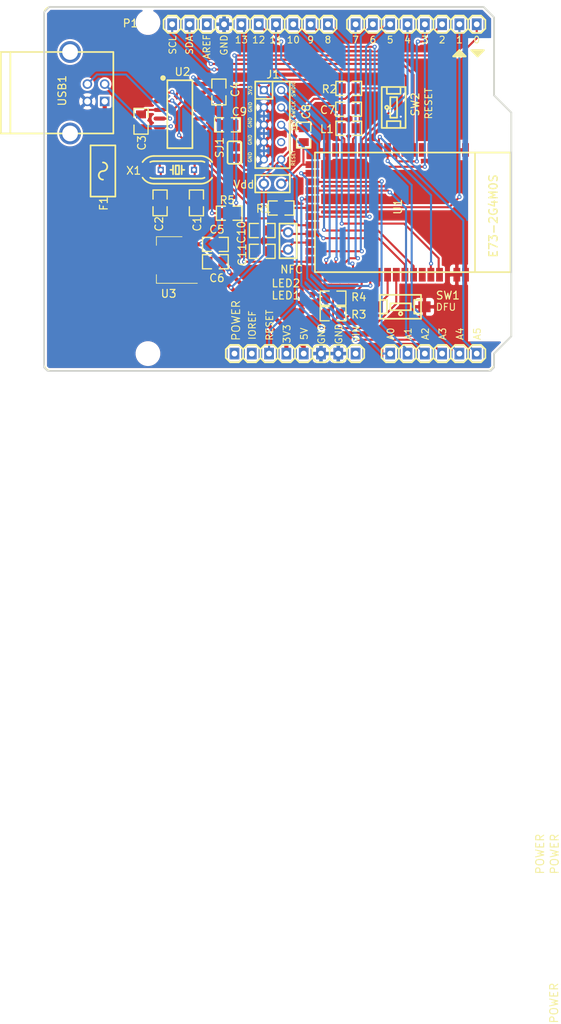
<source format=kicad_pcb>
(kicad_pcb (version 20171130) (host pcbnew 5.1.5-52549c5~84~ubuntu18.04.1)
  (layers (0 F.Cu signal) (31 B.Cu signal) (34 B.Paste user) (35 F.Paste user) (36 B.SilkS user) (37 F.SilkS user) (38 B.Mask user) (39 F.Mask user) (44 Edge.Cuts user))
  (net 0 "")
  (net 1 +3V3)
  (net 2 +5V)
  (net 3 A0)
  (net 4 A1)
  (net 5 A2)
  (net 6 A3)
  (net 7 A4)
  (net 8 A5)
  (net 9 C9_2)
  (net 10 D+)
  (net 11 D-)
  (net 12 D10)
  (net 13 D2)
  (net 14 D3)
  (net 15 D4)
  (net 16 D5)
  (net 17 D6)
  (net 18 D7)
  (net 19 D8)
  (net 20 D9)
  (net 21 DFU)
  (net 22 DTR)
  (net 23 GND)
  (net 24 MISO)
  (net 25 MOSI)
  (net 26 R3_1)
  (net 27 R4_1)
  (net 28 RESET)
  (net 29 RXD)
  (net 30 SCK)
  (net 31 SCL)
  (net 32 SDA)
  (net 33 SWCLK)
  (net 34 SWDIO)
  (net 35 SWO)
  (net 36 TXD)
  (net 37 U1_12)
  (net 38 U1_13)
  (net 39 U1_16)
  (net 40 U1_24)
  (net 41 U1_25)
  (net 42 U1_32)
  (net 43 U1_34)
  (net 44 U2_3)
  (net 45 U2_7)
  (net 46 U2_8)
  (module "" (layer F.Cu) (at 67.9704 87.376)
    (fp_text reference "" (at 44.196 77.47) (layer F.SilkS) (effects (font (size 1.27 1.27))))
    (fp_text value "" (at 44.196 77.47) (layer F.SilkS) (effects (font (size 1.27 1.27))))
    (fp_text user POWER (at 44.1914 80.7212 90) (layer F.SilkS) (effects (font (size 1.168 1.168) (thickness 0.152)) (justify left)))
  )
  (module "" (layer F.Cu) (at 70.0278 109.22)
    (fp_text reference "" (at 44.196 77.47) (layer F.SilkS) (effects (font (size 1.27 1.27))))
    (fp_text value "" (at 44.196 77.47) (layer F.SilkS) (effects (font (size 1.27 1.27))))
    (fp_text user POWER (at 44.1914 80.7212 90) (layer F.SilkS) (effects (font (size 1.168 1.168) (thickness 0.152)) (justify left)))
  )
  (module "" (layer F.Cu) (at 70.104 87.376)
    (fp_text reference "" (at 44.196 77.47) (layer F.SilkS) (effects (font (size 1.27 1.27))))
    (fp_text value "" (at 44.196 77.47) (layer F.SilkS) (effects (font (size 1.27 1.27))))
    (fp_text user POWER (at 44.1914 80.7212 90) (layer F.SilkS) (effects (font (size 1.168 1.168) (thickness 0.152)) (justify left)))
  )
  (module easyeda:LOGO_EASYEDA-TOP (layer F.Cu) (at 44.196 77.47 90)
    (fp_text reference DESIGNED_WITH)
    (fp_text value LOGO_EASYEDA-TOP hide)
  )
  (module easyeda:HC-49S (layer F.Cu) (at 58.928 64.77 180)
    (fp_text reference X1 (at 7.62 -0.114) (layer F.SilkS) (effects (font (size 1.143 1.143) (thickness 0.178)) (justify left)))
    (fp_text value 12MHz hide)
    (pad 1 thru_hole rect (at -2.44 -0.001 180) (size 0.907 0.907) (drill 0.508) (layers *.Cu *.Paste *.Mask) (net 45 U2_7))
    (pad 2 thru_hole rect (at 2.437 -0.001 180) (size 0.907 0.907) (drill 0.508) (layers *.Cu *.Paste *.Mask) (net 46 U2_8))
  )
  (module easyeda:0805 (layer F.Cu) (at 61.722 70.612 90)
    (fp_text reference C1 (at -3.302 0.114 90) (layer F.SilkS) (effects (font (size 1.143 1.143) (thickness 0.178)) (justify left)))
    (fp_text value 22p hide)
    (pad 1 smd rect (at 0 0 90) (size 1.16 1.47) (layers F.Cu F.Paste F.Mask) (net 23 GND))
    (pad 2 smd rect (at 2.032 0 90) (size 1.16 1.47) (layers F.Cu F.Paste F.Mask) (net 45 U2_7))
  )
  (module easyeda:0805 (layer F.Cu) (at 56.388 70.612 90)
    (fp_text reference C2 (at -3.302 -0.14 90) (layer F.SilkS) (effects (font (size 1.143 1.143) (thickness 0.178)) (justify left)))
    (fp_text value 22p hide)
    (pad 1 smd rect (at 0 0 90) (size 1.16 1.47) (layers F.Cu F.Paste F.Mask) (net 23 GND))
    (pad 2 smd rect (at 2.032 0 90) (size 1.16 1.47) (layers F.Cu F.Paste F.Mask) (net 46 U2_8))
  )
  (module easyeda:SOT-223 (layer F.Cu) (at 54.61 77.978 180)
    (fp_text reference U3 (at -1.778 -4.94) (layer F.SilkS) (effects (font (size 1.143 1.143) (thickness 0.178)) (justify left)))
    (fp_text value AMS1117-3.3 hide)
    (pad 4 smd rect (at 0 0 180) (size 2 3.8) (layers F.Cu F.Paste F.Mask))
    (pad 2 smd rect (at -6.3 0 180) (size 2 1.5) (layers F.Cu F.Paste F.Mask) (net 1 +3V3))
    (pad 3 smd rect (at -6.3 2.3 180) (size 2 1.5) (layers F.Cu F.Paste F.Mask) (net 2 +5V))
    (pad 1 smd rect (at -6.3 -2.3 180) (size 2 1.5) (layers F.Cu F.Paste F.Mask) (net 23 GND))
  )
  (module easyeda:0805 (layer F.Cu) (at 53.594 56.642 270)
    (fp_text reference C3 (at 5.405 -0.114 90) (layer F.SilkS) (effects (font (size 1.143 1.143) (thickness 0.178)) (justify left)))
    (fp_text value 10n hide)
    (pad 1 smd rect (at 0 0 270) (size 1.16 1.47) (layers F.Cu F.Paste F.Mask) (net 1 +3V3))
    (pad 2 smd rect (at 2.032 0 270) (size 1.16 1.47) (layers F.Cu F.Paste F.Mask) (net 23 GND))
  )
  (module easyeda:0805 (layer F.Cu) (at 65.024 54.356 90)
    (fp_text reference C4 (at 0.13 2.4 90) (layer F.SilkS) (effects (font (size 1.143 1.143) (thickness 0.178)) (justify left)))
    (fp_text value 100n hide)
    (pad 1 smd rect (at 0 0 90) (size 1.16 1.47) (layers F.Cu F.Paste F.Mask) (net 23 GND))
    (pad 2 smd rect (at 2.032 0 90) (size 1.16 1.47) (layers F.Cu F.Paste F.Mask) (net 1 +3V3))
  )
  (module easyeda:0805 (layer F.Cu) (at 63.5 75.692)
    (fp_text reference C5 (at 0 -2.172) (layer F.SilkS) (effects (font (size 1.143 1.143) (thickness 0.178)) (justify left)))
    (fp_text value 22u hide)
    (pad 1 smd rect (at 0 0) (size 1.16 1.47) (layers F.Cu F.Paste F.Mask) (net 2 +5V))
    (pad 2 smd rect (at 2.032 0) (size 1.16 1.47) (layers F.Cu F.Paste F.Mask) (net 23 GND))
  )
  (module easyeda:0805 (layer F.Cu) (at 63.5 78.232)
    (fp_text reference C6 (at 0 2.4) (layer F.SilkS) (effects (font (size 1.143 1.143) (thickness 0.178)) (justify left)))
    (fp_text value 22u hide)
    (pad 1 smd rect (at 0 0) (size 1.16 1.47) (layers F.Cu F.Paste F.Mask) (net 1 +3V3))
    (pad 2 smd rect (at 2.032 0) (size 1.16 1.47) (layers F.Cu F.Paste F.Mask) (net 23 GND))
  )
  (module easyeda:0805 (layer F.Cu) (at 73.152 70.358)
    (fp_text reference R1 (at -2.794 0.114) (layer F.SilkS) (effects (font (size 1.143 1.143) (thickness 0.178)) (justify left)))
    (fp_text value 1K hide)
    (pad 1 smd rect (at 0 0) (size 1.16 1.47) (layers F.Cu F.Paste F.Mask) (net 44 U2_3))
    (pad 2 smd rect (at 2.032 0) (size 1.16 1.47) (layers F.Cu F.Paste F.Mask) (net 36 TXD))
  )
  (module easyeda:0805 (layer F.Cu) (at 85.09 58.674 180)
    (fp_text reference L1 (at 5.334 -0.114) (layer F.SilkS) (effects (font (size 1.143 1.143) (thickness 0.178)) (justify left)))
    (fp_text value 10uH hide)
    (pad 1 smd rect (at 0 0 180) (size 1.16 1.47) (layers F.Cu F.Paste F.Mask) (net 37 U1_12))
    (pad 2 smd rect (at 2.032 0 180) (size 1.16 1.47) (layers F.Cu F.Paste F.Mask) (net 38 U1_13))
  )
  (module easyeda:0805 (layer F.Cu) (at 83.058 55.88)
    (fp_text reference C7 (at -3.302 0.114) (layer F.SilkS) (effects (font (size 1.143 1.143) (thickness 0.178)) (justify left)))
    (fp_text value 1u hide)
    (pad 1 smd rect (at 0 0) (size 1.16 1.47) (layers F.Cu F.Paste F.Mask) (net 23 GND))
    (pad 2 smd rect (at 2.032 0) (size 1.16 1.47) (layers F.Cu F.Paste F.Mask) (net 37 U1_12))
  )
  (module easyeda:M2X5 (layer F.Cu) (at 72.898 58.166 270)
    (fp_text reference J1 (at -7.366 1.016) (layer F.SilkS) (effects (font (size 1.143 1.143) (thickness 0.178)) (justify left)))
    (fp_text value SWD hide)
    (pad 1 thru_hole rect (at -5.08 1.27 270) (size 1.199 1.199) (drill 0.798) (layers *.Cu *.Paste *.Mask) (net 1 +3V3))
    (pad 2 thru_hole circle (at -5.08 -1.27 270) (size 1.199 1.199) (drill 0.798) (layers *.Cu *.Paste *.Mask) (net 34 SWDIO))
    (pad 3 thru_hole circle (at -2.54 1.27 270) (size 1.199 1.199) (drill 0.798) (layers *.Cu *.Paste *.Mask) (net 23 GND))
    (pad 4 thru_hole circle (at -2.54 -1.27 270) (size 1.199 1.199) (drill 0.798) (layers *.Cu *.Paste *.Mask) (net 33 SWCLK))
    (pad 5 thru_hole circle (at 0 1.27 270) (size 1.199 1.199) (drill 0.798) (layers *.Cu *.Paste *.Mask) (net 23 GND))
    (pad 6 thru_hole circle (at 0 -1.27 270) (size 1.199 1.199) (drill 0.798) (layers *.Cu *.Paste *.Mask) (net 35 SWO))
    (pad 7 thru_hole circle (at 2.54 1.27 270) (size 1.199 1.199) (drill 0.798) (layers *.Cu *.Paste *.Mask) (net 23 GND))
    (pad 8 thru_hole circle (at 2.54 -1.27 270) (size 1.199 1.199) (drill 0.798) (layers *.Cu *.Paste *.Mask))
    (pad 9 thru_hole circle (at 5.08 1.27 270) (size 1.199 1.199) (drill 0.798) (layers *.Cu *.Paste *.Mask) (net 23 GND))
    (pad 10 thru_hole circle (at 5.08 -1.27 270) (size 1.199 1.199) (drill 0.798) (layers *.Cu *.Paste *.Mask) (net 28 RESET))
  )
  (module easyeda:SMD-6X3.6 (layer F.Cu) (at 91.694 84.836 180)
    (fp_text reference SW1 (at -5.08 1.664) (layer F.SilkS) (effects (font (size 1.143 1.143) (thickness 0.178)) (justify left)))
    (fp_text value DFU hide)
    (pad 1 smd rect (at -3.5 0 180) (size 1.8 1.6) (layers F.Cu F.Paste F.Mask) (net 23 GND))
    (pad 2 smd rect (at 3.5 0 180) (size 1.8 1.6) (layers F.Cu F.Paste F.Mask) (net 21 DFU))
  )
  (module easyeda:SMD-6X3.6 (layer F.Cu) (at 90.678 55.626 90)
    (fp_text reference SW2 (at -1.402 3.162 90) (layer F.SilkS) (effects (font (size 1.143 1.143) (thickness 0.178)) (justify left)))
    (fp_text value RESET hide)
    (pad 1 smd rect (at -3.5 0 90) (size 1.8 1.6) (layers F.Cu F.Paste F.Mask) (net 23 GND))
    (pad 2 smd rect (at 3.5 0 90) (size 1.8 1.6) (layers F.Cu F.Paste F.Mask) (net 28 RESET))
  )
  (module easyeda:0805 (layer F.Cu) (at 85.09 52.832 180)
    (fp_text reference R2 (at 5.08 -0.114) (layer F.SilkS) (effects (font (size 1.143 1.143) (thickness 0.178)) (justify left)))
    (fp_text value 10K hide)
    (pad 1 smd rect (at 0 0 180) (size 1.16 1.47) (layers F.Cu F.Paste F.Mask) (net 28 RESET))
    (pad 2 smd rect (at 2.032 0 180) (size 1.16 1.47) (layers F.Cu F.Paste F.Mask) (net 1 +3V3))
  )
  (module easyeda:0805 (layer F.Cu) (at 65.278 58.166)
    (fp_text reference C9 (at 1.524 -1.918) (layer F.SilkS) (effects (font (size 1.143 1.143) (thickness 0.178)) (justify left)))
    (fp_text value 10n hide)
    (pad 1 smd rect (at 0 0) (size 1.16 1.47) (layers F.Cu F.Paste F.Mask) (net 22 DTR))
    (pad 2 smd rect (at 2.032 0) (size 1.16 1.47) (layers F.Cu F.Paste F.Mask) (net 9 C9_2))
  )
  (module easyeda:SJ (layer F.Cu) (at 67.31 62.23 90)
    (fp_text reference SJ1 (at -0.922 -2.172 90) (layer F.SilkS) (effects (font (size 1.143 1.143) (thickness 0.178)) (justify left)))
    (fp_text value DTR hide)
    (pad 1 smd rect (at -0.762 0 90) (size 1.168 1.6) (layers F.Cu F.Paste F.Mask) (net 28 RESET))
    (pad 2 smd rect (at 0.762 0 90) (size 1.168 1.6) (layers F.Cu F.Paste F.Mask) (net 9 C9_2))
  )
  (module easyeda:0805 (layer F.Cu) (at 72.39 73.66 180)
    (fp_text reference C10 (at 4.064 -2.032 90) (layer F.SilkS) (effects (font (size 1.143 1.143) (thickness 0.178)) (justify left)))
    (fp_text value 300p hide)
    (pad 1 smd rect (at 0 0.001 180) (size 1.16 1.47) (layers F.Cu F.Paste F.Mask) (net 40 U1_24))
    (pad 2 smd rect (at 2.032 0.001 180) (size 1.16 1.47) (layers F.Cu F.Paste F.Mask) (net 23 GND))
  )
  (module easyeda:0805 (layer F.Cu) (at 72.39 76.708 180)
    (fp_text reference C11 (at 3.95 -2.286 90) (layer F.SilkS) (effects (font (size 1.143 1.143) (thickness 0.178)) (justify left)))
    (fp_text value 300p hide)
    (pad 1 smd rect (at 0 -0.001 180) (size 1.16 1.47) (layers F.Cu F.Paste F.Mask) (net 41 U1_25))
    (pad 2 smd rect (at 2.032 -0.001 180) (size 1.16 1.47) (layers F.Cu F.Paste F.Mask) (net 23 GND))
  )
  (module easyeda:0805 (layer F.Cu) (at 80.772 85.852)
    (fp_text reference R3 (at 3.556 0.114) (layer F.SilkS) (effects (font (size 1.143 1.143) (thickness 0.178)) (justify left)))
    (fp_text value 1K hide)
    (pad 1 smd rect (at 0 0) (size 1.16 1.47) (layers F.Cu F.Paste F.Mask) (net 26 R3_1))
    (pad 2 smd rect (at 2.032 0) (size 1.16 1.47) (layers F.Cu F.Paste F.Mask) (net 43 U1_34))
  )
  (module easyeda:0805 (layer F.Cu) (at 80.772 83.566)
    (fp_text reference R4 (at 3.556 -0.14) (layer F.SilkS) (effects (font (size 1.143 1.143) (thickness 0.178)) (justify left)))
    (fp_text value 1K hide)
    (pad 1 smd rect (at 0 0) (size 1.16 1.47) (layers F.Cu F.Paste F.Mask) (net 27 R4_1))
    (pad 2 smd rect (at 2.032 0) (size 1.16 1.47) (layers F.Cu F.Paste F.Mask) (net 42 U1_32))
  )
  (module easyeda:CHIPLED_0603 (layer F.Cu) (at 77.978 85.344 90)
    (fp_text reference LED1 (at 2.172 -5.334) (layer F.SilkS) (effects (font (size 1.143 1.143) (thickness 0.178)) (justify left)))
    (fp_text value BLUE hide)
    (pad C smd rect (at 0.001 -0.763 90) (size 0.8 0.8) (layers F.Cu F.Paste F.Mask) (net 23 GND))
    (pad A smd rect (at 0.001 0.761 90) (size 0.8 0.8) (layers F.Cu F.Paste F.Mask) (net 26 R3_1))
  )
  (module easyeda:CHIPLED_0603 (layer F.Cu) (at 77.978 83.058 90)
    (fp_text reference LED2 (at 1.664 -5.334) (layer F.SilkS) (effects (font (size 1.143 1.143) (thickness 0.178)) (justify left)))
    (fp_text value RED hide)
    (pad C smd rect (at -0.001 -0.761 90) (size 0.8 0.8) (layers F.Cu F.Paste F.Mask) (net 23 GND))
    (pad A smd rect (at -0.001 0.763 90) (size 0.8 0.8) (layers F.Cu F.Paste F.Mask) (net 27 R4_1))
  )
  (module easyeda:UNO_R3 (layer F.Cu) (at 39.116 94.234)
    (fp_text reference P1 (at 11.684 -50.94) (layer F.SilkS) (effects (font (size 1.143 1.143) (thickness 0.178)) (justify left)))
    (fp_text value POWER (at 28.418 -4.318 90) (layer F.SilkS) (effects (font (size 1.168 1.168) (thickness 0.152)) (justify left)))
    (pad "" np_thru_hole circle (at 15.494 -51.054) (size 3.048 3.048) (drill 3.048) (layers *.Cu *.Mask))
    (pad "" np_thru_hole circle (at 15.494 -2.54) (size 3.048 3.048) (drill 3.048) (layers *.Cu *.Mask))
    (pad "" np_thru_hole circle (at 66.548 -36.068) (size 3.048 3.048) (drill 3.048) (layers *.Cu *.Mask))
    (pad "" np_thru_hole circle (at 66.548 -7.366) (size 3.048 3.048) (drill 3.048) (layers *.Cu *.Mask))
    (pad 1 thru_hole rect (at 41.91 -50.8 270) (size 1.707 1.422) (drill 0.848) (layers *.Cu *.Paste *.Mask) (net 19 D8))
    (pad 2 thru_hole rect (at 39.37 -50.8 270) (size 1.707 1.422) (drill 0.848) (layers *.Cu *.Paste *.Mask) (net 20 D9))
    (pad 3 thru_hole rect (at 36.83 -50.8 270) (size 1.707 1.422) (drill 0.848) (layers *.Cu *.Paste *.Mask) (net 12 D10))
    (pad 4 thru_hole rect (at 34.29 -50.8 270) (size 1.707 1.422) (drill 0.848) (layers *.Cu *.Paste *.Mask) (net 25 MOSI))
    (pad 5 thru_hole rect (at 31.75 -50.8 270) (size 1.707 1.422) (drill 0.848) (layers *.Cu *.Paste *.Mask) (net 24 MISO))
    (pad 6 thru_hole rect (at 29.21 -50.8 270) (size 1.707 1.422) (drill 0.848) (layers *.Cu *.Paste *.Mask) (net 30 SCK))
    (pad 7 thru_hole rect (at 26.67 -50.8 270) (size 1.707 1.422) (drill 0.848) (layers *.Cu *.Paste *.Mask) (net 23 GND))
    (pad 8 thru_hole rect (at 24.13 -50.8 270) (size 1.707 1.422) (drill 0.848) (layers *.Cu *.Paste *.Mask))
    (pad 9 thru_hole rect (at 21.59 -50.8 270) (size 1.707 1.422) (drill 0.848) (layers *.Cu *.Paste *.Mask) (net 32 SDA))
    (pad 10 thru_hole rect (at 19.05 -50.8 270) (size 1.707 1.422) (drill 0.848) (layers *.Cu *.Paste *.Mask) (net 31 SCL))
    (pad 11 thru_hole rect (at 63.754 -50.8 270) (size 1.707 1.422) (drill 0.848) (layers *.Cu *.Paste *.Mask) (net 29 RXD))
    (pad 12 thru_hole rect (at 61.214 -50.8 270) (size 1.707 1.422) (drill 0.848) (layers *.Cu *.Paste *.Mask) (net 36 TXD))
    (pad 13 thru_hole rect (at 58.674 -50.8 270) (size 1.707 1.422) (drill 0.848) (layers *.Cu *.Paste *.Mask) (net 13 D2))
    (pad 14 thru_hole rect (at 56.134 -50.8 270) (size 1.707 1.422) (drill 0.848) (layers *.Cu *.Paste *.Mask) (net 14 D3))
    (pad 15 thru_hole rect (at 53.594 -50.8 270) (size 1.707 1.422) (drill 0.848) (layers *.Cu *.Paste *.Mask) (net 15 D4))
    (pad 16 thru_hole rect (at 51.054 -50.8 270) (size 1.707 1.422) (drill 0.848) (layers *.Cu *.Paste *.Mask) (net 16 D5))
    (pad 17 thru_hole rect (at 48.514 -50.8 270) (size 1.707 1.422) (drill 0.848) (layers *.Cu *.Paste *.Mask) (net 17 D6))
    (pad 18 thru_hole rect (at 45.974 -50.8 270) (size 1.707 1.422) (drill 0.848) (layers *.Cu *.Paste *.Mask) (net 18 D7))
    (pad 19 thru_hole rect (at 51.054 -2.54 90) (size 1.707 1.422) (drill 0.848) (layers *.Cu *.Paste *.Mask) (net 3 A0))
    (pad 20 thru_hole rect (at 53.594 -2.54 90) (size 1.707 1.422) (drill 0.848) (layers *.Cu *.Paste *.Mask) (net 4 A1))
    (pad 21 thru_hole rect (at 56.134 -2.54 90) (size 1.707 1.422) (drill 0.848) (layers *.Cu *.Paste *.Mask) (net 5 A2))
    (pad 22 thru_hole rect (at 58.674 -2.54 90) (size 1.707 1.422) (drill 0.848) (layers *.Cu *.Paste *.Mask) (net 6 A3))
    (pad 23 thru_hole rect (at 61.214 -2.54 90) (size 1.707 1.422) (drill 0.848) (layers *.Cu *.Paste *.Mask) (net 7 A4))
    (pad 24 thru_hole rect (at 63.754 -2.54 90) (size 1.707 1.422) (drill 0.848) (layers *.Cu *.Paste *.Mask) (net 8 A5))
    (pad 25 thru_hole rect (at 28.194 -2.54 90) (size 1.707 1.422) (drill 0.848) (layers *.Cu *.Paste *.Mask))
    (pad 26 thru_hole rect (at 30.734 -2.54 90) (size 1.707 1.422) (drill 0.848) (layers *.Cu *.Paste *.Mask))
    (pad 27 thru_hole rect (at 33.274 -2.54 90) (size 1.707 1.422) (drill 0.848) (layers *.Cu *.Paste *.Mask) (net 28 RESET))
    (pad 28 thru_hole rect (at 35.814 -2.54 90) (size 1.707 1.422) (drill 0.848) (layers *.Cu *.Paste *.Mask) (net 1 +3V3))
    (pad 29 thru_hole rect (at 38.354 -2.54 90) (size 1.707 1.422) (drill 0.848) (layers *.Cu *.Paste *.Mask) (net 2 +5V))
    (pad 30 thru_hole rect (at 40.894 -2.54 90) (size 1.707 1.422) (drill 0.848) (layers *.Cu *.Paste *.Mask) (net 23 GND))
    (pad 31 thru_hole rect (at 43.434 -2.54 90) (size 1.707 1.422) (drill 0.848) (layers *.Cu *.Paste *.Mask) (net 23 GND))
    (pad 32 thru_hole rect (at 45.974 -2.54 90) (size 1.707 1.422) (drill 0.848) (layers *.Cu *.Paste *.Mask))
  )
  (module easyeda:0805 (layer F.Cu) (at 77.47 58.674 270)
    (fp_text reference C8 (at -1.199 -0.368 90) (layer F.SilkS) (effects (font (size 1.143 1.143) (thickness 0.178)) (justify left)))
    (fp_text value 10u hide)
    (pad 1 smd rect (at 0 0 270) (size 1.16 1.47) (layers F.Cu F.Paste F.Mask) (net 23 GND))
    (pad 2 smd rect (at 2.032 0 270) (size 1.16 1.47) (layers F.Cu F.Paste F.Mask) (net 39 U1_16))
  )
  (module easyeda:E73-2G4M04S (layer F.Cu) (at 102.616 62.23 270)
    (fp_text reference U1 (at 9.205 11.316 90) (layer F.SilkS) (effects (font (size 1.143 1.143) (thickness 0.178)) (justify left)))
    (fp_text value E73-2G4M0S (at 15.5194 -2.6924 270) (layer F.SilkS) (effects (font (size 1.219 1.219) (thickness 0.203)) (justify left)))
    (pad 14 smd rect (at -0.381 20.447 270) (size 2 1) (layers F.Cu F.Paste F.Mask))
    (pad 13 smd rect (at -0.381 19.177 270) (size 2 1) (layers F.Cu F.Paste F.Mask) (net 38 U1_13))
    (pad 12 smd rect (at -0.381 17.907 270) (size 2 1) (layers F.Cu F.Paste F.Mask) (net 37 U1_12))
    (pad 11 smd rect (at -0.381 16.637 270) (size 2 1) (layers F.Cu F.Paste F.Mask) (net 15 D4))
    (pad 10 smd rect (at -0.381 15.367 270) (size 2 1) (layers F.Cu F.Paste F.Mask) (net 14 D3))
    (pad 9 smd rect (at -0.381 14.097 270) (size 2 1) (layers F.Cu F.Paste F.Mask) (net 8 A5))
    (pad 8 smd rect (at -0.381 12.827 270) (size 2 1) (layers F.Cu F.Paste F.Mask) (net 7 A4))
    (pad 7 smd rect (at -0.381 11.557 270) (size 2 1) (layers F.Cu F.Paste F.Mask) (net 13 D2))
    (pad 6 smd rect (at -0.381 10.287 270) (size 2 1) (layers F.Cu F.Paste F.Mask) (net 31 SCL))
    (pad 5 smd rect (at -0.381 9.017 270) (size 2 1) (layers F.Cu F.Paste F.Mask) (net 32 SDA))
    (pad 4 smd rect (at -0.381 7.747 270) (size 2 1) (layers F.Cu F.Paste F.Mask))
    (pad 3 smd rect (at -0.381 6.477 270) (size 2 1) (layers F.Cu F.Paste F.Mask))
    (pad 2 smd rect (at -0.381 5.207 270) (size 2 1) (layers F.Cu F.Paste F.Mask) (net 23 GND))
    (pad 15 smd rect (at -0.381 21.717 270) (size 2 1) (layers F.Cu F.Paste F.Mask) (net 23 GND))
    (pad 1 smd rect (at -0.381 2.667 270) (size 2 1) (layers F.Cu F.Paste F.Mask) (net 23 GND))
    (pad 0 smd rect (at -0.381 1.397 270) (size 2 1) (layers F.Cu F.Paste F.Mask) (net 23 GND))
    (pad 29 smd rect (at 17.907 20.447 270) (size 2 1) (layers F.Cu F.Paste F.Mask) (net 24 MISO))
    (pad 30 smd rect (at 17.907 19.177 270) (size 2 1) (layers F.Cu F.Paste F.Mask) (net 18 D7))
    (pad 31 smd rect (at 17.907 17.907 270) (size 2 1) (layers F.Cu F.Paste F.Mask) (net 19 D8))
    (pad 32 smd rect (at 17.907 16.637 270) (size 2 1) (layers F.Cu F.Paste F.Mask) (net 42 U1_32))
    (pad 33 smd rect (at 17.907 15.367 270) (size 2 1) (layers F.Cu F.Paste F.Mask) (net 35 SWO))
    (pad 34 smd rect (at 17.907 14.097 270) (size 2 1) (layers F.Cu F.Paste F.Mask) (net 43 U1_34))
    (pad 35 smd rect (at 17.907 12.827 270) (size 2 1) (layers F.Cu F.Paste F.Mask) (net 21 DFU))
    (pad 36 smd rect (at 17.907 11.557 270) (size 2 1) (layers F.Cu F.Paste F.Mask) (net 28 RESET))
    (pad 37 smd rect (at 17.907 10.287 270) (size 2 1) (layers F.Cu F.Paste F.Mask) (net 33 SWCLK))
    (pad 38 smd rect (at 17.907 9.017 270) (size 2 1) (layers F.Cu F.Paste F.Mask) (net 34 SWDIO))
    (pad 39 smd rect (at 17.907 7.747 270) (size 2 1) (layers F.Cu F.Paste F.Mask))
    (pad 40 smd rect (at 17.907 6.477 270) (size 2 1) (layers F.Cu F.Paste F.Mask) (net 20 D9))
    (pad 41 smd rect (at 17.907 5.207 270) (size 2 1) (layers F.Cu F.Paste F.Mask) (net 12 D10))
    (pad 28 smd rect (at 17.907 21.717 270) (size 2 1) (layers F.Cu F.Paste F.Mask) (net 25 MOSI))
    (pad 42 smd rect (at 17.907 2.667 270) (size 2 1) (layers F.Cu F.Paste F.Mask) (net 23 GND))
    (pad 43 smd rect (at 17.907 1.397 270) (size 2 1) (layers F.Cu F.Paste F.Mask) (net 23 GND))
    (pad 16 smd rect (at 1.778 23.873) (size 2 1) (layers F.Cu F.Paste F.Mask) (net 39 U1_16))
    (pad 17 smd rect (at 3.035 23.873) (size 2 1) (layers F.Cu F.Paste F.Mask) (net 3 A0))
    (pad 18 smd rect (at 4.305 23.873) (size 2 1) (layers F.Cu F.Paste F.Mask) (net 4 A1))
    (pad 19 smd rect (at 5.575 23.873) (size 2 1) (layers F.Cu F.Paste F.Mask) (net 5 A2))
    (pad 20 smd rect (at 6.845 23.873) (size 2 1) (layers F.Cu F.Paste F.Mask) (net 6 A3))
    (pad 21 smd rect (at 8.115 23.873) (size 2 1) (layers F.Cu F.Paste F.Mask) (net 36 TXD))
    (pad 22 smd rect (at 9.385 23.873) (size 2 1) (layers F.Cu F.Paste F.Mask) (net 16 D5))
    (pad 23 smd rect (at 10.655 23.873) (size 2 1) (layers F.Cu F.Paste F.Mask) (net 29 RXD))
    (pad 24 smd rect (at 11.925 23.873) (size 2 1) (layers F.Cu F.Paste F.Mask) (net 40 U1_24))
    (pad 25 smd rect (at 13.195 23.873) (size 2 1) (layers F.Cu F.Paste F.Mask) (net 41 U1_25))
    (pad 26 smd rect (at 14.465 23.873) (size 2 1) (layers F.Cu F.Paste F.Mask) (net 17 D6))
    (pad 27 smd rect (at 15.735 23.873) (size 2 1) (layers F.Cu F.Paste F.Mask) (net 30 SCK))
  )
  (module easyeda:0805 (layer F.Cu) (at 65.532 71.12)
    (fp_text reference R5 (at -0.508 -1.918) (layer F.SilkS) (effects (font (size 1.143 1.143) (thickness 0.178)) (justify left)))
    (fp_text value 1K hide)
    (pad 1 smd rect (at 0 0) (size 1.16 1.47) (layers F.Cu F.Paste F.Mask))
    (pad 2 smd rect (at 2.032 0) (size 1.16 1.47) (layers F.Cu F.Paste F.Mask) (net 29 RXD))
  )
  (module easyeda:SOIC-16_150MIL (layer F.Cu) (at 59.182 56.642 270)
    (fp_text reference U2 (at -6.236 0.762) (layer F.SilkS) (effects (font (size 1.143 1.143) (thickness 0.178)) (justify left)))
    (fp_text value CH340G hide)
    (pad 9 smd oval (at 4.42 -3.099 90) (size 0.6 1.8) (layers F.Cu F.Paste F.Mask))
    (pad 10 smd oval (at 3.15 -3.099 90) (size 0.6 1.8) (layers F.Cu F.Paste F.Mask))
    (pad 11 smd oval (at 1.88 -3.099 90) (size 0.6 1.8) (layers F.Cu F.Paste F.Mask))
    (pad 12 smd oval (at 0.61 -3.099 90) (size 0.6 1.8) (layers F.Cu F.Paste F.Mask))
    (pad 13 smd oval (at -0.66 -3.099 90) (size 0.6 1.8) (layers F.Cu F.Paste F.Mask) (net 22 DTR))
    (pad 14 smd oval (at -1.93 -3.099 90) (size 0.6 1.8) (layers F.Cu F.Paste F.Mask))
    (pad 15 smd oval (at -3.2 -3.099 90) (size 0.6 1.8) (layers F.Cu F.Paste F.Mask))
    (pad 16 smd oval (at -4.47 -3.099 90) (size 0.6 1.8) (layers F.Cu F.Paste F.Mask) (net 1 +3V3))
    (pad 8 smd oval (at 4.42 2.845 90) (size 0.6 1.8) (layers F.Cu F.Paste F.Mask) (net 46 U2_8))
    (pad 7 smd oval (at 3.15 2.845 90) (size 0.6 1.8) (layers F.Cu F.Paste F.Mask) (net 45 U2_7))
    (pad 6 smd oval (at 1.88 2.845 90) (size 0.6 1.8) (layers F.Cu F.Paste F.Mask) (net 11 D-))
    (pad 5 smd oval (at 0.61 2.845 90) (size 0.6 1.8) (layers F.Cu F.Paste F.Mask) (net 10 D+))
    (pad 4 smd oval (at -0.66 2.845 90) (size 0.6 1.8) (layers F.Cu F.Paste F.Mask) (net 1 +3V3))
    (pad 3 smd oval (at -1.93 2.845 90) (size 0.6 1.8) (layers F.Cu F.Paste F.Mask) (net 44 U2_3))
    (pad 2 smd oval (at -3.2 2.845 90) (size 0.6 1.8) (layers F.Cu F.Paste F.Mask))
    (pad 1 smd oval (at -4.47 2.845 90) (size 0.6 1.8) (layers F.Cu F.Paste F.Mask) (net 23 GND))
  )
  (module easyeda:USB-M-49 (layer F.Cu) (at 45.72 52.324 270)
    (fp_text reference USB1 (at 3.216 3.696 90) (layer F.SilkS) (effects (font (size 1.143 1.143) (thickness 0.178)) (justify left)))
    (fp_text value USB-B-Female-TH_C46393 hide)
    (pad 3 thru_hole circle (at -0.127 0 270) (size 1.4 1.4) (drill 0.92) (layers *.Cu *.Paste *.Mask) (net 10 D+))
    (pad 2 thru_hole circle (at -0.127 -2.54 270) (size 1.4 1.4) (drill 0.92) (layers *.Cu *.Paste *.Mask) (net 11 D-))
    (pad 1 thru_hole rect (at 2.413 -2.54 270) (size 1.4 1.4) (drill 0.92) (layers *.Cu *.Paste *.Mask))
    (pad 4 thru_hole circle (at 2.413 0 270) (size 1.4 1.4) (drill 0.92) (layers *.Cu *.Paste *.Mask) (net 23 GND))
    (pad 0 thru_hole circle (at 7.112 2.54 270) (size 3.2 3.2) (drill 2.3) (layers *.Cu *.Paste *.Mask))
    (pad 0 thru_hole circle (at -4.826 2.54 270) (size 3.2 3.2) (drill 2.3) (layers *.Cu *.Paste *.Mask))
  )
  (module easyeda:1808F (layer F.Cu) (at 48.006 62.484 270)
    (fp_text reference F1 (at 8.39 -0.114 90) (layer F.SilkS) (effects (font (size 1.143 1.143) (thickness 0.178)) (justify left)))
    (fp_text value "SMD Fuse" hide)
    (pad 1 smd rect (at 0 0 270) (size 1.96 3.15) (layers F.Cu F.Paste F.Mask))
    (pad 2 smd rect (at 4.9 0 270) (size 1.96 3.15) (layers F.Cu F.Paste F.Mask) (net 2 +5V))
  )
  (module easyeda:1X2 (layer F.Cu) (at 77.724 71.374 270)
    (fp_text reference NFC (at 7.988 3.81) (layer F.SilkS) (effects (font (size 1.143 1.143) (thickness 0.178)) (justify left)))
    (fp_text value NFC hide)
    (pad 1 thru_hole circle (at 2.54 2.54 270) (size 1.524 1.524) (drill 0.914) (layers *.Cu *.Paste *.Mask) (net 40 U1_24))
    (pad 2 thru_hole circle (at 5.08 2.54 270) (size 1.524 1.524) (drill 0.914) (layers *.Cu *.Paste *.Mask) (net 41 U1_25))
  )
  (module easyeda:1X2 (layer F.Cu) (at 69.088 64.262)
    (fp_text reference Vdd (at -2.032 2.654) (layer F.SilkS) (effects (font (size 1.143 1.143) (thickness 0.178)) (justify left)))
    (fp_text value Vdd hide)
    (pad 1 thru_hole circle (at 2.54 2.54) (size 1.524 1.524) (drill 0.914) (layers *.Cu *.Paste *.Mask) (net 1 +3V3))
    (pad 2 thru_hole circle (at 5.08 2.54) (size 1.524 1.524) (drill 0.914) (layers *.Cu *.Paste *.Mask) (net 39 U1_16))
  )
  (gr_text SCL (at 58.2422 46.482 90) (layer F.SilkS) (effects (font (size 1 1))))
  (gr_text SDA (at 60.706 46.482 90) (layer F.SilkS) (effects (font (size 1 1))))
  (gr_text 8 (at 81.026 45.72) (layer F.SilkS) (effects (font (size 1 1))))
  (gr_text 9 (at 78.486 45.72) (layer F.SilkS) (effects (font (size 1 1))))
  (gr_text 10 (at 75.946 45.72) (layer F.SilkS) (effects (font (size 1 1))))
  (gr_text 11 (at 73.406 45.72) (layer F.SilkS) (effects (font (size 1 1))))
  (gr_text 12 (at 70.866 45.72) (layer F.SilkS) (effects (font (size 1 1))))
  (gr_text 13 (at 68.326 45.72) (layer F.SilkS) (effects (font (size 1 1))))
  (gr_text GND (at 65.786 46.482 90) (layer F.SilkS) (effects (font (size 1 1))))
  (gr_text AREF (at 63.246 46.736 90) (layer F.SilkS) (effects (font (size 1 1))))
  (gr_text 7 (at 85.09 45.72) (layer F.SilkS) (effects (font (size 1 1))))
  (gr_text 6 (at 87.63 45.72) (layer F.SilkS) (effects (font (size 1 1))))
  (gr_text 5 (at 90.17 45.72) (layer F.SilkS) (effects (font (size 1 1))))
  (gr_text 4 (at 92.71 45.72) (layer F.SilkS) (effects (font (size 1 1))))
  (gr_text 3 (at 95.25 45.72) (layer F.SilkS) (effects (font (size 1 1))))
  (gr_text 2 (at 97.79 45.72) (layer F.SilkS) (effects (font (size 1 1))))
  (gr_text 1 (at 100.33 45.72) (layer F.SilkS) (effects (font (size 1 1))))
  (gr_text 0 (at 102.87 45.72) (layer F.SilkS) (effects (font (size 1 1))))
  (gr_text A5 (at 102.9462 88.7984 90) (layer F.SilkS) (effects (font (size 1 1))))
  (gr_text A4 (at 100.4062 88.7984 90) (layer F.SilkS) (effects (font (size 1 1))))
  (gr_text A3 (at 97.8662 88.7984 90) (layer F.SilkS) (effects (font (size 1 1))))
  (gr_text A2 (at 95.3262 88.7984 90) (layer F.SilkS) (effects (font (size 1 1))))
  (gr_text A1 (at 92.7862 88.7984 90) (layer F.SilkS) (effects (font (size 1 1))))
  (gr_text A0 (at 90.2462 88.7984 90) (layer F.SilkS) (effects (font (size 1 1))))
  (gr_text VIN (at 85.1662 88.7984 90) (layer F.SilkS) (effects (font (size 1 1))))
  (gr_text GND (at 82.6262 88.7984 90) (layer F.SilkS) (effects (font (size 1 1))))
  (gr_text GND (at 80.0862 88.7984 90) (layer F.SilkS) (effects (font (size 1 1))))
  (gr_text 5V (at 77.5462 88.7984 90) (layer F.SilkS) (effects (font (size 1 1))))
  (gr_text 3V3 (at 75.0062 88.7984 90) (layer F.SilkS) (effects (font (size 1 1))))
  (gr_text RESET (at 72.4662 87.5284 90) (layer F.SilkS) (effects (font (size 1 1))))
  (gr_text IOREF (at 69.9262 87.5284 90) (layer F.SilkS) (effects (font (size 1 1))))
  (gr_line (start 40.132 40.894) (end 103.886 40.894) (layer Edge.Cuts) (width 0.254))
  (gr_line (start 103.886 40.894) (end 105.41 42.418) (layer Edge.Cuts) (width 0.254))
  (gr_line (start 105.41 42.418) (end 105.41 53.848) (layer Edge.Cuts) (width 0.254))
  (gr_line (start 105.41 53.848) (end 107.95 56.388) (layer Edge.Cuts) (width 0.254))
  (gr_line (start 107.95 56.388) (end 107.95 89.154) (layer Edge.Cuts) (width 0.254))
  (gr_line (start 107.95 89.154) (end 105.41 91.694) (layer Edge.Cuts) (width 0.254))
  (gr_line (start 105.41 91.694) (end 105.41 93.726) (layer Edge.Cuts) (width 0.254))
  (gr_line (start 105.41 93.726) (end 104.902 94.234) (layer Edge.Cuts) (width 0.254))
  (gr_line (start 104.902 94.234) (end 39.878 94.234) (layer Edge.Cuts) (width 0.254))
  (gr_line (start 39.878 94.234) (end 39.37 93.726) (layer Edge.Cuts) (width 0.254))
  (gr_line (start 39.37 93.726) (end 39.37 41.656) (layer Edge.Cuts) (width 0.254))
  (gr_line (start 39.37 41.656) (end 40.132 40.894) (layer Edge.Cuts) (width 0.254))
  (gr_text RESET (at 95.804 57.445 90) (layer F.SilkS) (effects (font (size 1.016 1.016) (thickness 0.152)) (justify left)))
  (gr_text DFU (at 96.774 84.882) (layer F.SilkS) (effects (font (size 1.016 1.016) (thickness 0.152)) (justify left)))
  (gr_text SWDIO (at 75.969 54.158 90) (layer F.SilkS) (effects (font (size 0.508 0.508) (thickness 0.102)) (justify left)))
  (gr_text SWCLK (at 75.969 57.206 90) (layer F.SilkS) (effects (font (size 0.508 0.508) (thickness 0.102)) (justify left)))
  (gr_text 3V3 (at 69.619 53.899 90) (layer F.SilkS) (effects (font (size 0.508 0.508) (thickness 0.102)) (justify left)))
  (gr_text GND (at 69.619 56.416 90) (layer F.SilkS) (effects (font (size 0.508 0.508) (thickness 0.102)) (justify left)))
  (gr_text GND (at 69.596 58.674 90) (layer F.SilkS) (effects (font (size 0.508 0.508) (thickness 0.102)) (justify left)))
  (gr_text GND (at 69.596 61.214 90) (layer F.SilkS) (effects (font (size 0.508 0.508) (thickness 0.102)) (justify left)))
  (gr_text GND (at 69.596 63.754 90) (layer F.SilkS) (effects (font (size 0.508 0.508) (thickness 0.102)) (justify left)))
  (gr_text SWO (at 75.969 59.119 90) (layer F.SilkS) (effects (font (size 0.508 0.508) (thickness 0.102)) (justify left)))
  (gr_text RESET (at 75.946 64.262 90) (layer F.SilkS) (effects (font (size 0.508 0.508) (thickness 0.102)) (justify left)))
  (segment (start 64.008 71.12) (end 64.008 59.182) (width 0.305) (layer B.Cu) (net 0))
  (segment (start 64.008 59.182) (end 58.166 53.34) (width 0.305) (layer B.Cu) (net 0))
  (segment (start 65.532 71.12) (end 64.008 71.12) (width 0.305) (layer F.Cu) (net 0))
  (segment (start 64.008 71.12) (end 64.008 71.12) (width 0.305) (layer F.Cu) (net 0))
  (segment (start 56.337 53.442) (end 58.064 53.442) (width 0.305) (layer F.Cu) (net 0))
  (segment (start 58.064 53.442) (end 58.166 53.34) (width 0.305) (layer F.Cu) (net 0))
  (segment (start 48.26 54.737) (end 48.26 62.23) (width 0.61) (layer F.Cu) (net 0))
  (segment (start 48.26 62.23) (end 48.006 62.484) (width 0.61) (layer F.Cu) (net 0))
  (via (at 64.008 71.12) (size 0.62) (drill 0.305) (layers F.Cu B.Cu) (net 0))
  (via (at 58.166 53.34) (size 0.62) (drill 0.305) (layers F.Cu B.Cu) (net 0))
  (segment (start 72.187 67.056) (end 71.628 67.056) (width 0.305) (layer B.Cu) (net 1))
  (segment (start 71.628 67.056) (end 71.628 77.216) (width 0.305) (layer B.Cu) (net 1))
  (segment (start 71.628 77.216) (end 66.802 82.042) (width 0.305) (layer B.Cu) (net 1))
  (segment (start 71.628 67.056) (end 71.628 65.786) (width 0.305) (layer B.Cu) (net 1))
  (segment (start 71.628 65.786) (end 72.898 64.516) (width 0.305) (layer B.Cu) (net 1))
  (segment (start 72.898 64.516) (end 72.898 54.356) (width 0.305) (layer B.Cu) (net 1))
  (segment (start 72.898 54.356) (end 71.628 53.086) (width 0.305) (layer B.Cu) (net 1))
  (segment (start 61.486 77.978) (end 60.912 77.978) (width 0.305) (layer F.Cu) (net 1))
  (segment (start 71.628 53.086) (end 73.152 51.562) (width 0.305) (layer F.Cu) (net 1))
  (segment (start 73.152 51.562) (end 81.788 51.562) (width 0.305) (layer F.Cu) (net 1))
  (segment (start 81.788 51.562) (end 83.058 52.832) (width 0.305) (layer F.Cu) (net 1))
  (segment (start 60.912 77.978) (end 63.246 77.978) (width 0.61) (layer F.Cu) (net 1))
  (segment (start 63.246 77.978) (end 63.5 78.232) (width 0.61) (layer F.Cu) (net 1))
  (segment (start 74.93 91.694) (end 74.93 90.17) (width 0.61) (layer F.Cu) (net 1))
  (segment (start 74.93 90.17) (end 63.246 78.486) (width 0.61) (layer F.Cu) (net 1))
  (segment (start 63.246 78.486) (end 63.5 78.232) (width 0.61) (layer F.Cu) (net 1))
  (segment (start 65.024 52.324) (end 70.866 52.324) (width 0.305) (layer F.Cu) (net 1))
  (segment (start 70.866 52.324) (end 71.628 53.086) (width 0.305) (layer F.Cu) (net 1))
  (segment (start 65.024 52.324) (end 62.433 52.324) (width 0.305) (layer F.Cu) (net 1))
  (segment (start 62.433 52.324) (end 62.281 52.172) (width 0.305) (layer F.Cu) (net 1))
  (segment (start 56.337 55.982) (end 54.254 55.982) (width 0.305) (layer F.Cu) (net 1))
  (segment (start 54.254 55.982) (end 53.594 56.642) (width 0.305) (layer F.Cu) (net 1))
  (segment (start 56.337 55.982) (end 58.318 55.982) (width 0.305) (layer F.Cu) (net 1))
  (segment (start 58.318 55.982) (end 59.436 54.864) (width 0.305) (layer F.Cu) (net 1))
  (segment (start 59.436 54.864) (end 59.436 53.848) (width 0.305) (layer F.Cu) (net 1))
  (segment (start 59.436 53.848) (end 61.214 52.07) (width 0.305) (layer F.Cu) (net 1))
  (segment (start 61.214 52.07) (end 62.179 52.07) (width 0.305) (layer F.Cu) (net 1))
  (segment (start 62.179 52.07) (end 62.281 52.172) (width 0.305) (layer F.Cu) (net 1))
  (via (at 66.802 82.042) (size 0.62) (drill 0.305) (layers F.Cu B.Cu) (net 1))
  (segment (start 65.024 73.152) (end 65.024 54.978) (width 0.61) (layer B.Cu) (net 2))
  (segment (start 65.024 54.978) (end 61.27 51.224) (width 0.61) (layer B.Cu) (net 2))
  (segment (start 62.487 75.542) (end 62.487 75.689) (width 0.61) (layer B.Cu) (net 2))
  (segment (start 62.487 75.689) (end 65.024 73.152) (width 0.61) (layer B.Cu) (net 2))
  (segment (start 66.548 79.756) (end 66.548 79.604) (width 0.61) (layer B.Cu) (net 2))
  (segment (start 66.548 79.604) (end 62.487 75.542) (width 0.61) (layer B.Cu) (net 2))
  (segment (start 77.47 91.694) (end 77.47 90.678) (width 0.61) (layer F.Cu) (net 2))
  (segment (start 77.47 90.678) (end 66.548 79.756) (width 0.61) (layer F.Cu) (net 2))
  (segment (start 60.912 75.679) (end 63.487 75.679) (width 0.61) (layer F.Cu) (net 2))
  (segment (start 63.487 75.679) (end 63.5 75.692) (width 0.61) (layer F.Cu) (net 2))
  (segment (start 62.487 75.542) (end 62.481 75.542) (width 0.61) (layer F.Cu) (net 2))
  (segment (start 62.481 75.542) (end 62.347 75.679) (width 0.61) (layer F.Cu) (net 2))
  (segment (start 48.006 67.384) (end 48.006 68.58) (width 0.61) (layer F.Cu) (net 2))
  (segment (start 48.006 68.58) (end 53.594 74.168) (width 0.61) (layer F.Cu) (net 2))
  (segment (start 53.594 74.168) (end 59.4 74.168) (width 0.61) (layer F.Cu) (net 2))
  (segment (start 59.4 74.168) (end 60.912 75.679) (width 0.61) (layer F.Cu) (net 2))
  (via (at 61.27 51.224) (size 0.61) (drill 0.305) (layers F.Cu B.Cu) (net 2))
  (via (at 62.487 75.542) (size 0.61) (drill 0.305) (layers F.Cu B.Cu) (net 2))
  (via (at 66.548 79.756) (size 0.62) (drill 0.305) (layers F.Cu B.Cu) (net 2))
  (segment (start 88.999 91.694) (end 77.978 80.673) (width 0.305) (layer B.Cu) (net 3))
  (segment (start 77.978 80.673) (end 77.978 66.144) (width 0.305) (layer B.Cu) (net 3))
  (segment (start 77.978 66.144) (end 77.102 65.265) (width 0.305) (layer B.Cu) (net 3))
  (segment (start 90.17 91.694) (end 88.999 91.694) (width 0.305) (layer B.Cu) (net 3))
  (segment (start 78.743 65.265) (end 77.102 65.265) (width 0.305) (layer F.Cu) (net 3))
  (via (at 77.102 65.265) (size 0.61) (drill 0.305) (layers F.Cu B.Cu) (net 3))
  (segment (start 92.71 91.694) (end 92.71 91.186) (width 0.305) (layer B.Cu) (net 4))
  (segment (start 92.71 91.186) (end 88.9 87.376) (width 0.305) (layer B.Cu) (net 4))
  (segment (start 88.9 87.376) (end 88.9 66.479) (width 0.305) (layer B.Cu) (net 4))
  (segment (start 88.9 66.479) (end 88.93 66.449) (width 0.305) (layer B.Cu) (net 4))
  (segment (start 78.743 66.535) (end 88.844 66.535) (width 0.305) (layer F.Cu) (net 4))
  (segment (start 88.844 66.535) (end 88.93 66.449) (width 0.305) (layer F.Cu) (net 4))
  (via (at 88.93 66.449) (size 0.61) (drill 0.305) (layers F.Cu B.Cu) (net 4))
  (segment (start 95.25 91.694) (end 95.25 91.694) (width 0.305) (layer B.Cu) (net 5))
  (segment (start 95.25 91.694) (end 92.494 88.938) (width 0.305) (layer B.Cu) (net 5))
  (segment (start 92.494 88.938) (end 92.494 70.396) (width 0.305) (layer B.Cu) (net 5))
  (segment (start 90.104 68.059) (end 90.157 68.059) (width 0.305) (layer B.Cu) (net 5))
  (segment (start 90.157 68.059) (end 92.494 70.396) (width 0.305) (layer B.Cu) (net 5))
  (segment (start 78.743 67.805) (end 89.85 67.805) (width 0.305) (layer F.Cu) (net 5))
  (segment (start 89.85 67.805) (end 90.104 68.059) (width 0.305) (layer F.Cu) (net 5))
  (via (at 90.104 68.059) (size 0.61) (drill 0.305) (layers F.Cu B.Cu) (net 5))
  (segment (start 77.125 81.059) (end 77.125 69.083) (width 0.305) (layer B.Cu) (net 6))
  (segment (start 77.125 69.083) (end 77.206 69.002) (width 0.305) (layer B.Cu) (net 6))
  (segment (start 77.125 81.059) (end 77.125 81.697) (width 0.305) (layer B.Cu) (net 6))
  (segment (start 77.125 81.697) (end 85.09 89.662) (width 0.305) (layer B.Cu) (net 6))
  (segment (start 85.09 89.662) (end 95.758 89.662) (width 0.305) (layer F.Cu) (net 6))
  (segment (start 95.758 89.662) (end 97.79 91.694) (width 0.305) (layer F.Cu) (net 6))
  (segment (start 77.206 69.002) (end 77.206 69.078) (width 0.305) (layer F.Cu) (net 6))
  (segment (start 77.206 69.078) (end 77.216 69.088) (width 0.305) (layer F.Cu) (net 6))
  (segment (start 77.216 69.088) (end 78.73 69.088) (width 0.305) (layer F.Cu) (net 6))
  (segment (start 78.73 69.088) (end 78.743 69.075) (width 0.305) (layer F.Cu) (net 6))
  (via (at 77.206 69.002) (size 0.61) (drill 0.305) (layers F.Cu B.Cu) (net 6))
  (via (at 85.09 89.662) (size 0.62) (drill 0.305) (layers F.Cu B.Cu) (net 6))
  (segment (start 100.33 91.694) (end 93.589 84.953) (width 0.305) (layer B.Cu) (net 7))
  (segment (start 93.322 66.995) (end 93.322 84.686) (width 0.305) (layer B.Cu) (net 7))
  (segment (start 93.322 84.686) (end 93.589 84.953) (width 0.305) (layer B.Cu) (net 7))
  (segment (start 93.322 66.995) (end 93.322 66.992) (width 0.305) (layer B.Cu) (net 7))
  (segment (start 93.322 66.992) (end 89.797 63.467) (width 0.305) (layer B.Cu) (net 7))
  (segment (start 89.789 61.849) (end 89.789 63.459) (width 0.305) (layer F.Cu) (net 7))
  (segment (start 89.789 63.459) (end 89.797 63.467) (width 0.305) (layer F.Cu) (net 7))
  (via (at 89.797 63.467) (size 0.61) (drill 0.305) (layers F.Cu B.Cu) (net 7))
  (segment (start 100.896 88.778) (end 100.896 72.194) (width 0.305) (layer B.Cu) (net 8))
  (segment (start 100.896 72.194) (end 88.646 59.944) (width 0.305) (layer B.Cu) (net 8))
  (segment (start 100.896 88.778) (end 100.896 89.72) (width 0.305) (layer B.Cu) (net 8))
  (segment (start 100.896 89.72) (end 102.87 91.694) (width 0.305) (layer B.Cu) (net 8))
  (segment (start 88.519 60.389) (end 88.519 60.071) (width 0.305) (layer F.Cu) (net 8))
  (segment (start 88.519 60.071) (end 88.646 59.944) (width 0.305) (layer F.Cu) (net 8))
  (segment (start 88.519 61.849) (end 88.519 60.389) (width 0.305) (layer F.Cu) (net 8))
  (via (at 88.646 59.944) (size 0.61) (drill 0.305) (layers F.Cu B.Cu) (net 8))
  (segment (start 67.31 61.468) (end 67.31 58.166) (width 0.305) (layer F.Cu) (net 9))
  (segment (start 57.848 57.259) (end 56.345 57.259) (width 0.305) (layer F.Cu) (net 10))
  (segment (start 56.345 57.259) (end 56.337 57.252) (width 0.305) (layer F.Cu) (net 10))
  (via (at 57.848 57.259) (size 0.61) (drill 0.305) (layers F.Cu B.Cu) (net 10))
  (segment (start 51.389 50.8) (end 57.848 57.259) (width 0.305) (layer B.Cu) (net 10))
  (segment (start 45.72 52.197) (end 47.117 50.8) (width 0.305) (layer B.Cu) (net 10))
  (segment (start 47.117 50.8) (end 51.389 50.8) (width 0.305) (layer B.Cu) (net 10))
  (segment (start 48.26 52.197) (end 54.447 58.384) (width 0.305) (layer B.Cu) (net 11))
  (segment (start 54.447 58.384) (end 57.968 58.384) (width 0.305) (layer B.Cu) (net 11))
  (segment (start 57.968 58.384) (end 56.07 58.384) (width 0.305) (layer F.Cu) (net 11))
  (segment (start 56.07 58.384) (end 55.933 58.522) (width 0.305) (layer F.Cu) (net 11))
  (segment (start 55.933 58.522) (end 56.337 58.522) (width 0.305) (layer F.Cu) (net 11))
  (via (at 57.968 58.384) (size 0.61) (drill 0.305) (layers F.Cu B.Cu) (net 11))
  (segment (start 83.058 55.88) (end 83.058 72.644) (width 0.305) (layer B.Cu) (net 12))
  (segment (start 83.058 55.88) (end 83.058 50.546) (width 0.305) (layer B.Cu) (net 12))
  (segment (start 83.058 50.546) (end 75.946 43.434) (width 0.305) (layer B.Cu) (net 12))
  (segment (start 83.058 72.644) (end 92.202 72.644) (width 0.305) (layer F.Cu) (net 12))
  (segment (start 92.202 72.644) (end 97.282 77.724) (width 0.305) (layer F.Cu) (net 12))
  (segment (start 97.282 77.724) (end 97.282 80.01) (width 0.305) (layer F.Cu) (net 12))
  (segment (start 97.282 80.01) (end 97.409 80.137) (width 0.305) (layer F.Cu) (net 12))
  (via (at 83.058 72.644) (size 0.61) (drill 0.305) (layers F.Cu B.Cu) (net 12))
  (segment (start 94.079 63.53) (end 94.079 46.129) (width 0.305) (layer B.Cu) (net 13))
  (segment (start 94.079 46.129) (end 94.234 45.974) (width 0.305) (layer B.Cu) (net 13))
  (segment (start 91.059 63.31) (end 91.28 63.53) (width 0.305) (layer F.Cu) (net 13))
  (segment (start 91.28 63.53) (end 94.079 63.53) (width 0.305) (layer F.Cu) (net 13))
  (segment (start 91.059 61.849) (end 91.059 63.31) (width 0.305) (layer F.Cu) (net 13))
  (segment (start 94.234 45.974) (end 95.25 45.974) (width 0.305) (layer F.Cu) (net 13))
  (segment (start 95.25 45.974) (end 97.79 43.434) (width 0.305) (layer F.Cu) (net 13))
  (via (at 94.079 63.53) (size 0.61) (drill 0.305) (layers F.Cu B.Cu) (net 13))
  (via (at 94.234 45.974) (size 0.62) (drill 0.305) (layers F.Cu B.Cu) (net 13))
  (segment (start 95.25 43.434) (end 95.25 64.313) (width 0.305) (layer B.Cu) (net 14))
  (segment (start 87.249 63.31) (end 88.252 64.313) (width 0.305) (layer F.Cu) (net 14))
  (segment (start 88.252 64.313) (end 95.25 64.313) (width 0.305) (layer F.Cu) (net 14))
  (segment (start 87.249 61.849) (end 87.249 63.31) (width 0.305) (layer F.Cu) (net 14))
  (via (at 95.25 64.313) (size 0.61) (drill 0.305) (layers F.Cu B.Cu) (net 14))
  (segment (start 90.17 56.134) (end 92.71 53.594) (width 0.305) (layer B.Cu) (net 15))
  (segment (start 92.71 53.594) (end 92.71 43.434) (width 0.305) (layer B.Cu) (net 15))
  (segment (start 85.979 61.849) (end 85.979 60.389) (width 0.305) (layer F.Cu) (net 15))
  (segment (start 85.979 60.389) (end 90.17 56.198) (width 0.305) (layer F.Cu) (net 15))
  (segment (start 90.17 56.198) (end 90.17 56.134) (width 0.305) (layer F.Cu) (net 15))
  (via (at 90.17 56.134) (size 0.61) (drill 0.305) (layers F.Cu B.Cu) (net 15))
  (segment (start 89.916 43.434) (end 86.614 46.736) (width 0.305) (layer B.Cu) (net 16))
  (segment (start 86.614 46.736) (end 86.614 71.636) (width 0.305) (layer B.Cu) (net 16))
  (segment (start 86.614 71.636) (end 87.137 71.636) (width 0.305) (layer B.Cu) (net 16))
  (segment (start 78.743 71.615) (end 79.802 71.615) (width 0.305) (layer F.Cu) (net 16))
  (segment (start 79.802 71.615) (end 79.822 71.636) (width 0.305) (layer F.Cu) (net 16))
  (segment (start 79.822 71.636) (end 87.137 71.636) (width 0.305) (layer F.Cu) (net 16))
  (via (at 87.137 71.636) (size 0.61) (drill 0.305) (layers F.Cu B.Cu) (net 16))
  (segment (start 85.852 66.294) (end 85.852 66.436) (width 0.305) (layer B.Cu) (net 17))
  (segment (start 85.852 66.436) (end 85.852 45.212) (width 0.305) (layer B.Cu) (net 17))
  (segment (start 85.852 45.212) (end 87.63 43.434) (width 0.305) (layer B.Cu) (net 17))
  (segment (start 85.852 66.436) (end 85.852 76.548) (width 0.305) (layer B.Cu) (net 17))
  (segment (start 85.852 76.548) (end 85.999 76.695) (width 0.305) (layer B.Cu) (net 17))
  (segment (start 78.743 76.695) (end 85.999 76.695) (width 0.305) (layer F.Cu) (net 17))
  (via (at 85.999 76.695) (size 0.61) (drill 0.305) (layers F.Cu B.Cu) (net 17))
  (segment (start 85.09 44.747) (end 85.09 77.391) (width 0.305) (layer B.Cu) (net 18))
  (segment (start 85.09 77.391) (end 85.428 77.724) (width 0.305) (layer B.Cu) (net 18))
  (segment (start 85.09 43.434) (end 85.09 44.747) (width 0.305) (layer B.Cu) (net 18))
  (segment (start 83.439 80.137) (end 83.439 78.496) (width 0.305) (layer F.Cu) (net 18))
  (segment (start 83.439 78.496) (end 84.209 77.724) (width 0.305) (layer F.Cu) (net 18))
  (segment (start 84.209 77.724) (end 85.428 77.724) (width 0.305) (layer F.Cu) (net 18))
  (via (at 85.428 77.724) (size 0.61) (drill 0.305) (layers F.Cu B.Cu) (net 18))
  (segment (start 81.026 43.434) (end 84.074 46.482) (width 0.305) (layer B.Cu) (net 19))
  (segment (start 84.074 46.482) (end 84.074 78.504) (width 0.305) (layer B.Cu) (net 19))
  (segment (start 84.074 78.504) (end 84.62 78.504) (width 0.305) (layer B.Cu) (net 19))
  (segment (start 84.709 80.137) (end 84.709 78.59) (width 0.305) (layer F.Cu) (net 19))
  (segment (start 84.709 78.59) (end 84.62 78.504) (width 0.305) (layer F.Cu) (net 19))
  (via (at 84.62 78.504) (size 0.61) (drill 0.305) (layers F.Cu B.Cu) (net 19))
  (segment (start 96.164 78.496) (end 96.164 68.478) (width 0.305) (layer B.Cu) (net 20))
  (segment (start 96.164 68.478) (end 87.884 60.198) (width 0.305) (layer B.Cu) (net 20))
  (segment (start 87.884 60.198) (end 87.884 46.736) (width 0.305) (layer B.Cu) (net 20))
  (segment (start 87.884 46.736) (end 87.668 46.736) (width 0.305) (layer B.Cu) (net 20))
  (segment (start 96.139 78.676) (end 96.139 78.522) (width 0.305) (layer F.Cu) (net 20))
  (segment (start 96.139 78.522) (end 96.164 78.496) (width 0.305) (layer F.Cu) (net 20))
  (segment (start 96.139 80.137) (end 96.139 78.676) (width 0.305) (layer F.Cu) (net 20))
  (segment (start 87.884 46.736) (end 81.788 46.736) (width 0.305) (layer F.Cu) (net 20))
  (segment (start 81.788 46.736) (end 78.486 43.434) (width 0.305) (layer F.Cu) (net 20))
  (via (at 96.164 78.496) (size 0.61) (drill 0.305) (layers F.Cu B.Cu) (net 20))
  (via (at 87.884 46.736) (size 0.62) (drill 0.305) (layers F.Cu B.Cu) (net 20))
  (segment (start 88.138 84.836) (end 88.796 84.178) (width 0.305) (layer F.Cu) (net 21))
  (segment (start 88.796 84.178) (end 89.789 83.185) (width 0.305) (layer F.Cu) (net 21))
  (segment (start 89.789 83.185) (end 89.789 80.137) (width 0.305) (layer F.Cu) (net 21))
  (segment (start 62.281 55.982) (end 63.094 55.982) (width 0.305) (layer F.Cu) (net 22))
  (segment (start 63.094 55.982) (end 65.278 58.166) (width 0.305) (layer F.Cu) (net 22))
  (via (at 91.7194 56.9724) (size 0.61) (drill 0.305) (layers F.Cu B.Cu) (net 23))
  (segment (start 71.628 58.166) (end 71.628 55.626) (width 0.305) (layer B.Cu) (net 23))
  (segment (start 71.628 60.706) (end 71.628 58.166) (width 0.305) (layer B.Cu) (net 23))
  (segment (start 71.628 63.246) (end 71.628 60.706) (width 0.305) (layer B.Cu) (net 23))
  (segment (start 80.899 61.643) (end 80.899 61.849) (width 0.305) (layer F.Cu) (net 23))
  (segment (start 97.409 62.581) (end 97.409 61.849) (width 0.305) (layer F.Cu) (net 23))
  (segment (start 56.388 70.612) (end 61.722 70.612) (width 0.305) (layer F.Cu) (net 23))
  (segment (start 95.875 84.836) (end 95.194 84.836) (width 0.305) (layer F.Cu) (net 23))
  (segment (start 77.219 83.569) (end 77.219 83.919) (width 0.305) (layer F.Cu) (net 23))
  (segment (start 77.219 83.061) (end 77.219 83.569) (width 0.305) (layer F.Cu) (net 23))
  (segment (start 77.219 83.919) (end 77.216 83.922) (width 0.305) (layer F.Cu) (net 23))
  (segment (start 77.216 83.922) (end 77.216 85.344) (width 0.305) (layer F.Cu) (net 23))
  (segment (start 82.55 91.694) (end 80.01 91.694) (width 0.305) (layer F.Cu) (net 23))
  (segment (start 99.949 61.849) (end 99.949 62.581) (width 0.305) (layer F.Cu) (net 23))
  (segment (start 99.949 80.137) (end 99.949 80.869) (width 0.305) (layer F.Cu) (net 23))
  (segment (start 74.168 48.514) (end 82.296 56.629) (width 0.305) (layer B.Cu) (net 24))
  (segment (start 82.296 56.629) (end 82.296 77.772) (width 0.305) (layer B.Cu) (net 24))
  (segment (start 82.296 77.772) (end 82.24 77.828) (width 0.305) (layer B.Cu) (net 24))
  (segment (start 74.168 48.514) (end 74.168 45.974) (width 0.305) (layer B.Cu) (net 24))
  (segment (start 82.169 80.137) (end 82.169 77.899) (width 0.305) (layer F.Cu) (net 24))
  (segment (start 82.169 77.899) (end 82.24 77.828) (width 0.305) (layer F.Cu) (net 24))
  (segment (start 74.168 45.974) (end 73.406 45.974) (width 0.305) (layer F.Cu) (net 24))
  (segment (start 73.406 45.974) (end 70.866 43.434) (width 0.305) (layer F.Cu) (net 24))
  (via (at 82.24 77.828) (size 0.61) (drill 0.305) (layers F.Cu B.Cu) (net 24))
  (via (at 74.168 45.974) (size 0.62) (drill 0.305) (layers F.Cu B.Cu) (net 24))
  (segment (start 81.28 57.912) (end 81.28 77.47) (width 0.305) (layer B.Cu) (net 25))
  (segment (start 81.28 77.47) (end 80.772 77.978) (width 0.305) (layer B.Cu) (net 25))
  (segment (start 81.28 57.912) (end 73.406 50.038) (width 0.305) (layer B.Cu) (net 25))
  (segment (start 73.406 50.038) (end 73.406 43.434) (width 0.305) (layer B.Cu) (net 25))
  (segment (start 80.772 77.978) (end 80.772 80.01) (width 0.305) (layer F.Cu) (net 25))
  (segment (start 80.772 80.01) (end 80.899 80.137) (width 0.305) (layer F.Cu) (net 25))
  (via (at 80.772 77.978) (size 0.62) (drill 0.305) (layers F.Cu B.Cu) (net 25))
  (segment (start 80.772 86.36) (end 79.756 86.36) (width 0.305) (layer F.Cu) (net 26))
  (segment (start 79.756 86.36) (end 78.74 85.344) (width 0.305) (layer F.Cu) (net 26))
  (segment (start 78.743 83.061) (end 80.267 83.061) (width 0.305) (layer F.Cu) (net 27))
  (segment (start 80.267 83.061) (end 80.772 83.566) (width 0.305) (layer F.Cu) (net 27))
  (segment (start 74.168 63.246) (end 74.168 63.754) (width 0.305) (layer B.Cu) (net 28))
  (segment (start 74.168 63.754) (end 76.454 66.04) (width 0.305) (layer B.Cu) (net 28))
  (segment (start 76.454 66.04) (end 76.454 84.308) (width 0.305) (layer B.Cu) (net 28))
  (segment (start 76.454 84.308) (end 80.101 87.955) (width 0.305) (layer B.Cu) (net 28))
  (segment (start 76.454 84.231) (end 76.424 84.358) (width 0.305) (layer B.Cu) (net 28))
  (segment (start 76.424 84.358) (end 72.39 88.392) (width 0.305) (layer B.Cu) (net 28))
  (segment (start 72.39 88.392) (end 72.39 91.694) (width 0.305) (layer B.Cu) (net 28))
  (segment (start 91.059 80.137) (end 91.059 84.394) (width 0.305) (layer F.Cu) (net 28))
  (segment (start 91.059 84.394) (end 87.5 87.955) (width 0.305) (layer F.Cu) (net 28))
  (segment (start 87.5 87.955) (end 80.101 87.955) (width 0.305) (layer F.Cu) (net 28))
  (segment (start 74.168 63.246) (end 75.438 61.976) (width 0.305) (layer F.Cu) (net 28))
  (segment (start 75.438 61.976) (end 75.438 57.912) (width 0.305) (layer F.Cu) (net 28))
  (segment (start 75.438 57.912) (end 78.994 54.356) (width 0.305) (layer F.Cu) (net 28))
  (segment (start 78.994 54.356) (end 83.566 54.356) (width 0.305) (layer F.Cu) (net 28))
  (segment (start 83.566 54.356) (end 85.09 52.832) (width 0.305) (layer F.Cu) (net 28))
  (segment (start 67.31 62.992) (end 67.31 63.246) (width 0.305) (layer F.Cu) (net 28))
  (segment (start 67.31 63.246) (end 68.834 64.77) (width 0.305) (layer F.Cu) (net 28))
  (segment (start 68.834 64.77) (end 72.644 64.77) (width 0.305) (layer F.Cu) (net 28))
  (segment (start 72.644 64.77) (end 74.168 63.246) (width 0.305) (layer F.Cu) (net 28))
  (segment (start 85.09 52.832) (end 89.972 52.832) (width 0.305) (layer F.Cu) (net 28))
  (segment (start 89.972 52.832) (end 90.678 52.126) (width 0.305) (layer F.Cu) (net 28))
  (via (at 80.101 87.955) (size 0.61) (drill 0.305) (layers F.Cu B.Cu) (net 28))
  (segment (start 67.31 48.006) (end 67.564 48.006) (width 0.305) (layer B.Cu) (net 29))
  (segment (start 67.564 48.006) (end 67.564 69.596) (width 0.305) (layer B.Cu) (net 29))
  (segment (start 78.743 72.885) (end 76.695 72.885) (width 0.305) (layer F.Cu) (net 29))
  (segment (start 76.695 72.885) (end 75.692 71.882) (width 0.305) (layer F.Cu) (net 29))
  (segment (start 75.692 71.882) (end 68.326 71.882) (width 0.305) (layer F.Cu) (net 29))
  (segment (start 68.326 71.882) (end 67.564 71.12) (width 0.305) (layer F.Cu) (net 29))
  (segment (start 102.87 43.434) (end 102.87 45.466) (width 0.305) (layer F.Cu) (net 29))
  (segment (start 102.87 45.466) (end 100.33 48.006) (width 0.305) (layer F.Cu) (net 29))
  (segment (start 100.33 48.006) (end 67.31 48.006) (width 0.305) (layer F.Cu) (net 29))
  (segment (start 67.564 69.596) (end 67.564 71.12) (width 0.305) (layer F.Cu) (net 29))
  (segment (start 67.564 71.12) (end 67.564 71.12) (width 0.305) (layer F.Cu) (net 29))
  (via (at 67.31 48.006) (size 0.62) (drill 0.305) (layers F.Cu B.Cu) (net 29))
  (via (at 67.564 69.596) (size 0.62) (drill 0.305) (layers F.Cu B.Cu) (net 29))
  (segment (start 68.715 78.235) (end 68.715 43.823) (width 0.305) (layer B.Cu) (net 30))
  (segment (start 68.715 43.823) (end 68.326 43.434) (width 0.305) (layer B.Cu) (net 30))
  (segment (start 68.715 78.235) (end 78.473 78.235) (width 0.305) (layer F.Cu) (net 30))
  (segment (start 78.473 78.235) (end 78.743 77.965) (width 0.305) (layer F.Cu) (net 30))
  (via (at 68.715 78.235) (size 0.61) (drill 0.305) (layers F.Cu B.Cu) (net 30))
  (segment (start 58.166 43.434) (end 58.166 44.747) (width 0.305) (layer B.Cu) (net 31))
  (segment (start 58.166 44.747) (end 63.477 50.058) (width 0.305) (layer B.Cu) (net 31))
  (segment (start 63.477 50.058) (end 64.328 50.058) (width 0.305) (layer B.Cu) (net 31))
  (via (at 64.328 50.058) (size 0.61) (drill 0.305) (layers F.Cu B.Cu) (net 31))
  (segment (start 91.46 50.058) (end 64.328 50.058) (width 0.305) (layer F.Cu) (net 31))
  (segment (start 92.456 51.054) (end 91.46 50.058) (width 0.305) (layer F.Cu) (net 31))
  (segment (start 92.329 61.849) (end 92.456 61.722) (width 0.305) (layer F.Cu) (net 31))
  (segment (start 92.456 61.722) (end 92.456 51.054) (width 0.305) (layer F.Cu) (net 31))
  (segment (start 60.706 43.434) (end 60.706 46.104) (width 0.305) (layer B.Cu) (net 32))
  (segment (start 60.706 46.104) (end 63.845 49.243) (width 0.305) (layer B.Cu) (net 32))
  (segment (start 93.599 61.849) (end 93.599 50.841) (width 0.305) (layer F.Cu) (net 32))
  (segment (start 93.599 50.841) (end 92.001 49.243) (width 0.305) (layer F.Cu) (net 32))
  (segment (start 92.001 49.243) (end 63.845 49.243) (width 0.305) (layer F.Cu) (net 32))
  (via (at 63.845 49.243) (size 0.61) (drill 0.305) (layers F.Cu B.Cu) (net 32))
  (segment (start 80.366 74.788) (end 79.502 73.922) (width 0.305) (layer B.Cu) (net 33))
  (segment (start 79.502 73.922) (end 79.502 60.96) (width 0.305) (layer B.Cu) (net 33))
  (segment (start 79.502 60.96) (end 74.168 55.626) (width 0.305) (layer B.Cu) (net 33))
  (segment (start 92.329 80.137) (end 92.329 78.676) (width 0.305) (layer F.Cu) (net 33))
  (segment (start 92.329 78.676) (end 88.44 74.788) (width 0.305) (layer F.Cu) (net 33))
  (segment (start 88.44 74.788) (end 80.366 74.788) (width 0.305) (layer F.Cu) (net 33))
  (via (at 80.366 74.788) (size 0.61) (drill 0.305) (layers F.Cu B.Cu) (net 33))
  (segment (start 80.457 73.548) (end 80.457 59.375) (width 0.305) (layer B.Cu) (net 34))
  (segment (start 80.457 59.375) (end 74.168 53.086) (width 0.305) (layer B.Cu) (net 34))
  (segment (start 93.599 80.137) (end 93.599 78.867) (width 0.305) (layer F.Cu) (net 34))
  (segment (start 93.599 78.867) (end 88.392 73.66) (width 0.305) (layer F.Cu) (net 34))
  (segment (start 88.392 73.66) (end 80.518 73.66) (width 0.305) (layer F.Cu) (net 34))
  (via (at 80.457 73.548) (size 0.61) (drill 0.305) (layers F.Cu B.Cu) (net 34))
  (segment (start 78.732 79.494) (end 78.74 62.738) (width 0.305) (layer B.Cu) (net 35))
  (segment (start 78.74 62.738) (end 74.168 58.166) (width 0.305) (layer B.Cu) (net 35))
  (segment (start 78.732 79.494) (end 81.026 81.788) (width 0.305) (layer B.Cu) (net 35))
  (segment (start 81.026 81.788) (end 87.206 81.788) (width 0.305) (layer B.Cu) (net 35))
  (segment (start 87.206 81.788) (end 87.257 81.737) (width 0.305) (layer B.Cu) (net 35))
  (segment (start 87.257 81.737) (end 87.257 81.605) (width 0.305) (layer F.Cu) (net 35))
  (segment (start 87.257 81.605) (end 87.249 81.598) (width 0.305) (layer F.Cu) (net 35))
  (segment (start 87.249 80.137) (end 87.249 81.598) (width 0.305) (layer F.Cu) (net 35))
  (via (at 87.257 81.737) (size 0.61) (drill 0.305) (layers F.Cu B.Cu) (net 35))
  (segment (start 100.33 43.434) (end 100.33 68.748) (width 0.305) (layer B.Cu) (net 36))
  (segment (start 78.743 70.345) (end 78.844 70.244) (width 0.305) (layer F.Cu) (net 36))
  (segment (start 78.844 70.244) (end 98.834 70.244) (width 0.305) (layer F.Cu) (net 36))
  (segment (start 98.834 70.244) (end 100.33 68.748) (width 0.305) (layer F.Cu) (net 36))
  (segment (start 76.223 70.358) (end 76.236 70.345) (width 0.305) (layer F.Cu) (net 36))
  (segment (start 76.236 70.345) (end 78.743 70.345) (width 0.305) (layer F.Cu) (net 36))
  (segment (start 75.184 70.358) (end 76.223 70.358) (width 0.305) (layer F.Cu) (net 36))
  (via (at 100.33 68.748) (size 0.61) (drill 0.305) (layers F.Cu B.Cu) (net 36))
  (segment (start 85.09 55.88) (end 85.09 58.674) (width 0.305) (layer F.Cu) (net 37))
  (segment (start 85.09 59.052) (end 85.09 58.674) (width 0.305) (layer F.Cu) (net 37))
  (segment (start 85.09 59.052) (end 85.09 59.868) (width 0.305) (layer F.Cu) (net 37))
  (segment (start 84.709 61.849) (end 84.709 60.249) (width 0.305) (layer F.Cu) (net 37))
  (segment (start 84.709 60.249) (end 85.09 59.868) (width 0.305) (layer F.Cu) (net 37))
  (segment (start 83.058 58.674) (end 83.058 59.868) (width 0.305) (layer F.Cu) (net 38))
  (segment (start 83.439 61.849) (end 83.439 60.249) (width 0.305) (layer F.Cu) (net 38))
  (segment (start 83.439 60.249) (end 83.058 59.868) (width 0.305) (layer F.Cu) (net 38))
  (segment (start 77.434 64.008) (end 77.434 61.78) (width 0.305) (layer F.Cu) (net 39))
  (segment (start 77.434 61.78) (end 77.47 61.745) (width 0.305) (layer F.Cu) (net 39))
  (segment (start 74.168 67.056) (end 77.216 64.008) (width 0.305) (layer F.Cu) (net 39))
  (segment (start 77.216 64.008) (end 77.434 64.008) (width 0.305) (layer F.Cu) (net 39))
  (segment (start 78.743 64.008) (end 77.434 64.008) (width 0.305) (layer F.Cu) (net 39))
  (segment (start 77.47 60.706) (end 77.47 61.745) (width 0.305) (layer F.Cu) (net 39))
  (segment (start 72.39 73.66) (end 73.429 73.66) (width 0.305) (layer F.Cu) (net 40))
  (segment (start 73.429 73.66) (end 73.431 73.66) (width 0.305) (layer F.Cu) (net 40))
  (segment (start 73.431 73.66) (end 75.184 73.66) (width 0.305) (layer F.Cu) (net 40))
  (segment (start 78.743 74.155) (end 75.679 74.155) (width 0.305) (layer F.Cu) (net 40))
  (segment (start 75.679 74.155) (end 75.184 73.66) (width 0.305) (layer F.Cu) (net 40))
  (segment (start 72.39 76.711) (end 74.676 76.711) (width 0.305) (layer F.Cu) (net 41))
  (segment (start 74.676 76.711) (end 75.184 76.2) (width 0.305) (layer F.Cu) (net 41))
  (segment (start 78.743 75.425) (end 75.959 75.425) (width 0.305) (layer F.Cu) (net 41))
  (segment (start 75.959 75.425) (end 75.184 76.2) (width 0.305) (layer F.Cu) (net 41))
  (segment (start 82.804 83.566) (end 84.206 83.566) (width 0.305) (layer F.Cu) (net 42))
  (segment (start 84.206 83.566) (end 85.979 81.793) (width 0.305) (layer F.Cu) (net 42))
  (segment (start 85.979 81.793) (end 85.979 81.598) (width 0.305) (layer F.Cu) (net 42))
  (segment (start 85.979 80.137) (end 85.979 81.598) (width 0.305) (layer F.Cu) (net 42))
  (segment (start 88.519 81.598) (end 88.519 81.684) (width 0.305) (layer F.Cu) (net 43))
  (segment (start 88.519 81.684) (end 83.843 86.36) (width 0.305) (layer F.Cu) (net 43))
  (segment (start 82.804 86.36) (end 83.843 86.36) (width 0.305) (layer F.Cu) (net 43))
  (segment (start 88.519 80.137) (end 88.519 81.598) (width 0.305) (layer F.Cu) (net 43))
  (segment (start 59.182 59.69) (end 59.182 55.626) (width 0.305) (layer B.Cu) (net 44))
  (segment (start 59.182 55.626) (end 58.166 54.61) (width 0.305) (layer B.Cu) (net 44))
  (segment (start 56.337 54.712) (end 58.064 54.712) (width 0.305) (layer F.Cu) (net 44))
  (segment (start 58.064 54.712) (end 58.166 54.61) (width 0.305) (layer F.Cu) (net 44))
  (segment (start 59.182 59.69) (end 69.596 70.104) (width 0.305) (layer F.Cu) (net 44))
  (segment (start 69.596 70.104) (end 72.898 70.104) (width 0.305) (layer F.Cu) (net 44))
  (segment (start 72.898 70.104) (end 73.152 70.358) (width 0.305) (layer F.Cu) (net 44))
  (via (at 58.166 54.61) (size 0.62) (drill 0.305) (layers F.Cu B.Cu) (net 44))
  (via (at 59.182 59.69) (size 0.62) (drill 0.305) (layers F.Cu B.Cu) (net 44))
  (segment (start 61.722 68.58) (end 61.468 68.58) (width 0.305) (layer F.Cu) (net 45))
  (segment (start 61.468 68.58) (end 61.468 64.872) (width 0.305) (layer F.Cu) (net 45))
  (segment (start 61.468 64.872) (end 61.366 64.77) (width 0.305) (layer F.Cu) (net 45))
  (segment (start 56.337 59.792) (end 57.252 59.792) (width 0.305) (layer F.Cu) (net 45))
  (segment (start 57.252 59.792) (end 61.468 64.008) (width 0.305) (layer F.Cu) (net 45))
  (segment (start 61.468 64.008) (end 61.468 64.618) (width 0.305) (layer F.Cu) (net 45))
  (segment (start 61.468 64.618) (end 61.366 64.77) (width 0.305) (layer F.Cu) (net 45))
  (segment (start 56.337 61.062) (end 56.337 64.618) (width 0.305) (layer F.Cu) (net 46))
  (segment (start 56.337 64.618) (end 56.492 64.773) (width 0.305) (layer F.Cu) (net 46))
  (segment (start 56.492 64.773) (end 56.492 68.478) (width 0.305) (layer F.Cu) (net 46))
  (segment (start 56.492 68.478) (end 56.388 68.58) (width 0.305) (layer F.Cu) (net 46))
  (zone (net 23) (net_name GND) (layer B.Cu) (connect_pads (clearance 0.3)) (min_thickness 0.254) (fill yes (arc_segments 32) (thermal_gap 0.508) (thermal_bridge_width 0.508))
    (polygon (pts (xy 38.354 39.878) (xy 110.744 40.132) (xy 110.744 96.52) (xy 38.354 96.52) (xy 38.354 40.132)))
  )
  (zone (net 23) (net_name GND) (layer F.Cu) (connect_pads (clearance 0.3)) (min_thickness 0.254) (fill yes (arc_segments 32) (thermal_gap 0.508) (thermal_bridge_width 0.508))
    (polygon (pts (xy 38.862 39.878) (xy 112.776 40.132) (xy 112.776 96.52) (xy 38.862 96.52) (xy 38.862 40.132)))
  )
  (zone (net 0) (net_name "") (layer B.Cu) (connect_pads (clearance 0.508)) (min_thickness 0.254)
    (keepout (tracks allowed) (vias allowed) (copperpour not_allowed))
    (fill (arc_segments 32) (thermal_gap 0.508) (thermal_bridge_width 0.508))
    (polygon (pts (xy 101.6 45.466) (xy 108.204 45.466) (xy 108.204 67.056) (xy 108.204 89.916) (xy 101.6 89.916) (xy 101.6 75.184)))
  )
  (zone (net 0) (net_name "") (layer F.Cu) (connect_pads (clearance 0.508)) (min_thickness 0.254)
    (keepout (tracks allowed) (vias allowed) (copperpour not_allowed))
    (fill (arc_segments 32) (thermal_gap 0.508) (thermal_bridge_width 0.508))
    (polygon (pts (xy 101.6 45.466) (xy 108.204 45.466) (xy 108.204 67.056) (xy 108.204 89.916) (xy 101.6 89.916) (xy 101.6 75.184)))
  )
)
</source>
